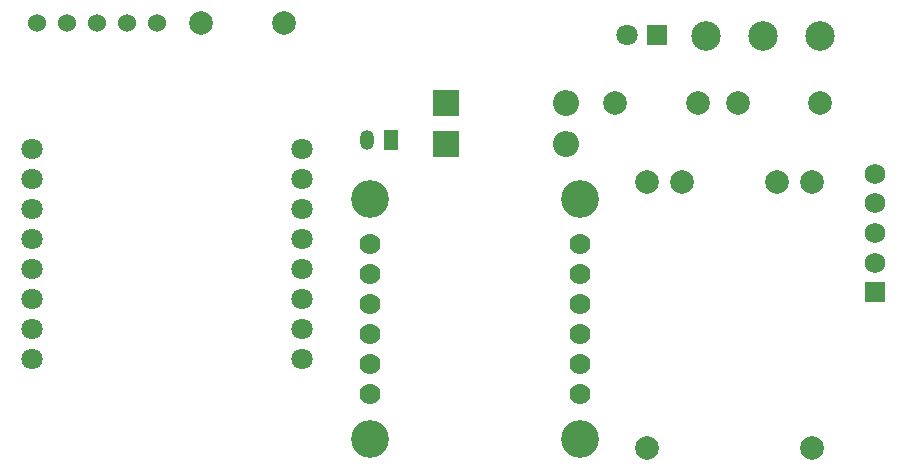
<source format=gbs>
%TF.GenerationSoftware,KiCad,Pcbnew,(6.0.11)*%
%TF.CreationDate,2023-02-17T03:20:08-05:00*%
%TF.ProjectId,IMU-pcb,494d552d-7063-4622-9e6b-696361645f70,rev?*%
%TF.SameCoordinates,Original*%
%TF.FileFunction,Soldermask,Bot*%
%TF.FilePolarity,Negative*%
%FSLAX46Y46*%
G04 Gerber Fmt 4.6, Leading zero omitted, Abs format (unit mm)*
G04 Created by KiCad (PCBNEW (6.0.11)) date 2023-02-17 03:20:08*
%MOMM*%
%LPD*%
G01*
G04 APERTURE LIST*
%ADD10R,1.200000X1.700000*%
%ADD11O,1.200000X1.700000*%
%ADD12C,2.000000*%
%ADD13C,1.800000*%
%ADD14C,1.778000*%
%ADD15C,3.200000*%
%ADD16C,1.524000*%
%ADD17C,2.500000*%
%ADD18R,1.750000X1.750000*%
%ADD19C,1.750000*%
%ADD20R,2.200000X2.200000*%
%ADD21O,2.200000X2.200000*%
%ADD22R,1.800000X1.800000*%
G04 APERTURE END LIST*
D10*
%TO.C,J2*%
X142850000Y-81600000D03*
D11*
X140850000Y-81600000D03*
%TD*%
D12*
%TO.C,R3*%
X168800000Y-78500000D03*
X161800000Y-78500000D03*
%TD*%
%TO.C,R2*%
X133800000Y-71700000D03*
X126800000Y-71700000D03*
%TD*%
D13*
%TO.C,U2*%
X112471012Y-82351012D03*
X112471012Y-84891012D03*
X112471012Y-87431012D03*
X112471012Y-89971012D03*
X112471012Y-92511012D03*
X112471012Y-95051012D03*
X112471012Y-97591012D03*
X112471012Y-100131012D03*
X135331012Y-100131012D03*
X135331012Y-97591012D03*
X135331012Y-95051012D03*
X135331012Y-92511012D03*
X135331012Y-89971012D03*
X135331012Y-87431012D03*
X135331012Y-84891012D03*
X135331012Y-82351012D03*
%TD*%
D12*
%TO.C,R1*%
X179200000Y-78500000D03*
X172200000Y-78500000D03*
%TD*%
D14*
%TO.C,U3*%
X158890000Y-103150000D03*
X158890000Y-100610000D03*
X158890000Y-98070000D03*
X158890000Y-95530000D03*
X158890000Y-92990000D03*
X158890000Y-90450000D03*
X141110000Y-103150000D03*
X141110000Y-100610000D03*
X141110000Y-98070000D03*
X141110000Y-95530000D03*
X141110000Y-92990000D03*
X141110000Y-90450000D03*
D15*
X141110000Y-106960000D03*
X141110000Y-86640000D03*
X158890000Y-106960000D03*
X158890000Y-86640000D03*
%TD*%
D16*
%TO.C,J1*%
X112880000Y-71700000D03*
X115420000Y-71700000D03*
X117960000Y-71700000D03*
X120500000Y-71700000D03*
X123040000Y-71700000D03*
%TD*%
D17*
%TO.C,S1*%
X169550000Y-72850000D03*
X174350000Y-72850000D03*
X179150000Y-72850000D03*
%TD*%
D18*
%TO.C,J3*%
X183800000Y-94500000D03*
D19*
X183800000Y-92000000D03*
X183800000Y-89500000D03*
X183800000Y-87000000D03*
X183800000Y-84500000D03*
%TD*%
D20*
%TO.C,D3*%
X147520000Y-78500000D03*
D21*
X157680000Y-78500000D03*
%TD*%
D22*
%TO.C,D1*%
X165375000Y-72750000D03*
D13*
X162835000Y-72750000D03*
%TD*%
D12*
%TO.C,U1*%
X164500000Y-85200000D03*
X167500000Y-85200000D03*
X175500000Y-85200000D03*
X178500000Y-85200000D03*
X164500000Y-107700000D03*
X178500000Y-107700000D03*
%TD*%
D20*
%TO.C,D2*%
X147520000Y-82000000D03*
D21*
X157680000Y-82000000D03*
%TD*%
M02*

</source>
